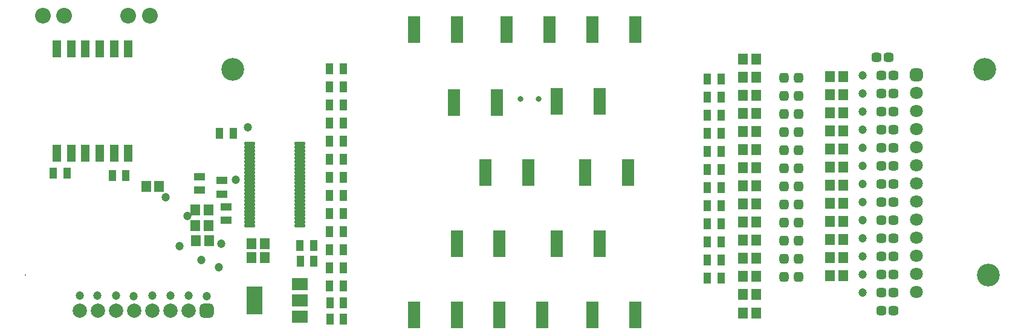
<source format=gts>
G04*
G04 #@! TF.GenerationSoftware,Altium Limited,Altium Designer,23.11.1 (41)*
G04*
G04 Layer_Color=8388736*
%FSLAX44Y44*%
%MOMM*%
G71*
G04*
G04 #@! TF.SameCoordinates,5EC7E9E9-DCDC-4549-86B2-7143CB65AA8E*
G04*
G04*
G04 #@! TF.FilePolarity,Negative*
G04*
G01*
G75*
G04:AMPARAMS|DCode=26|XSize=0.5032mm|YSize=1.5732mm|CornerRadius=0.1766mm|HoleSize=0mm|Usage=FLASHONLY|Rotation=270.000|XOffset=0mm|YOffset=0mm|HoleType=Round|Shape=RoundedRectangle|*
%AMROUNDEDRECTD26*
21,1,0.5032,1.2200,0,0,270.0*
21,1,0.1500,1.5732,0,0,270.0*
1,1,0.3532,-0.6100,-0.0750*
1,1,0.3532,-0.6100,0.0750*
1,1,0.3532,0.6100,0.0750*
1,1,0.3532,0.6100,-0.0750*
%
%ADD26ROUNDEDRECTD26*%
%ADD27R,1.1032X1.5032*%
G04:AMPARAMS|DCode=28|XSize=1.4032mm|YSize=1.3032mm|CornerRadius=0.3766mm|HoleSize=0mm|Usage=FLASHONLY|Rotation=270.000|XOffset=0mm|YOffset=0mm|HoleType=Round|Shape=RoundedRectangle|*
%AMROUNDEDRECTD28*
21,1,1.4032,0.5500,0,0,270.0*
21,1,0.6500,1.3032,0,0,270.0*
1,1,0.7532,-0.2750,-0.3250*
1,1,0.7532,-0.2750,0.3250*
1,1,0.7532,0.2750,0.3250*
1,1,0.7532,0.2750,-0.3250*
%
%ADD28ROUNDEDRECTD28*%
G04:AMPARAMS|DCode=29|XSize=1.2832mm|YSize=1.4232mm|CornerRadius=0.3716mm|HoleSize=0mm|Usage=FLASHONLY|Rotation=270.000|XOffset=0mm|YOffset=0mm|HoleType=Round|Shape=RoundedRectangle|*
%AMROUNDEDRECTD29*
21,1,1.2832,0.6800,0,0,270.0*
21,1,0.5400,1.4232,0,0,270.0*
1,1,0.7432,-0.3400,-0.2700*
1,1,0.7432,-0.3400,0.2700*
1,1,0.7432,0.3400,0.2700*
1,1,0.7432,0.3400,-0.2700*
%
%ADD29ROUNDEDRECTD29*%
%ADD30C,1.2032*%
%ADD31R,1.3532X1.5532*%
%ADD32R,1.2232X2.4032*%
%ADD33R,1.7032X3.7032*%
%ADD34R,1.5032X1.1032*%
%ADD35R,2.2032X4.0032*%
%ADD36R,2.2032X1.7032*%
%ADD37C,3.2032*%
%ADD38C,0.2032*%
%ADD39C,2.2032*%
%ADD40C,0.8032*%
%ADD41C,1.8032*%
G04:AMPARAMS|DCode=42|XSize=1.8032mm|YSize=1.8032mm|CornerRadius=0.5016mm|HoleSize=0mm|Usage=FLASHONLY|Rotation=270.000|XOffset=0mm|YOffset=0mm|HoleType=Round|Shape=RoundedRectangle|*
%AMROUNDEDRECTD42*
21,1,1.8032,0.8000,0,0,270.0*
21,1,0.8000,1.8032,0,0,270.0*
1,1,1.0032,-0.4000,-0.4000*
1,1,1.0032,-0.4000,0.4000*
1,1,1.0032,0.4000,0.4000*
1,1,1.0032,0.4000,-0.4000*
%
%ADD42ROUNDEDRECTD42*%
%ADD43C,2.0032*%
G04:AMPARAMS|DCode=44|XSize=2.0032mm|YSize=2.0032mm|CornerRadius=0.5516mm|HoleSize=0mm|Usage=FLASHONLY|Rotation=90.000|XOffset=0mm|YOffset=0mm|HoleType=Round|Shape=RoundedRectangle|*
%AMROUNDEDRECTD44*
21,1,2.0032,0.9000,0,0,90.0*
21,1,0.9000,2.0032,0,0,90.0*
1,1,1.1032,0.4500,0.4500*
1,1,1.1032,0.4500,-0.4500*
1,1,1.1032,-0.4500,-0.4500*
1,1,1.1032,-0.4500,0.4500*
%
%ADD44ROUNDEDRECTD44*%
D26*
X340000Y205000D02*
D03*
Y210000D02*
D03*
X410000Y175000D02*
D03*
Y180000D02*
D03*
Y185000D02*
D03*
Y190000D02*
D03*
Y195000D02*
D03*
Y200000D02*
D03*
Y205000D02*
D03*
Y210000D02*
D03*
Y215000D02*
D03*
Y220000D02*
D03*
Y225000D02*
D03*
Y230000D02*
D03*
Y235000D02*
D03*
Y240000D02*
D03*
Y245000D02*
D03*
Y250000D02*
D03*
Y255000D02*
D03*
Y260000D02*
D03*
Y265000D02*
D03*
Y270000D02*
D03*
Y275000D02*
D03*
Y280000D02*
D03*
Y285000D02*
D03*
Y290000D02*
D03*
X340000Y175000D02*
D03*
Y180000D02*
D03*
Y185000D02*
D03*
Y190000D02*
D03*
Y195000D02*
D03*
Y200000D02*
D03*
Y215000D02*
D03*
Y220000D02*
D03*
Y225000D02*
D03*
Y230000D02*
D03*
Y235000D02*
D03*
Y240000D02*
D03*
Y245000D02*
D03*
Y250000D02*
D03*
Y255000D02*
D03*
Y260000D02*
D03*
Y265000D02*
D03*
Y270000D02*
D03*
Y275000D02*
D03*
Y280000D02*
D03*
Y285000D02*
D03*
Y290000D02*
D03*
D27*
X429750Y125000D02*
D03*
X410750D02*
D03*
X452000Y115616D02*
D03*
X471000D02*
D03*
X452000Y141016D02*
D03*
X471000D02*
D03*
Y166416D02*
D03*
X452000D02*
D03*
Y191816D02*
D03*
X471000D02*
D03*
X452000Y217216D02*
D03*
X471000D02*
D03*
X452000Y242616D02*
D03*
X471000D02*
D03*
X452000Y268016D02*
D03*
X471000D02*
D03*
X452000Y369616D02*
D03*
X471000D02*
D03*
X452000Y395016D02*
D03*
X471000D02*
D03*
X64840Y249000D02*
D03*
X83840D02*
D03*
X166500Y245250D02*
D03*
X147500D02*
D03*
X410500Y147000D02*
D03*
X429500D02*
D03*
X981100Y127000D02*
D03*
X1000100D02*
D03*
X981100Y152400D02*
D03*
X1000100D02*
D03*
X981100Y177800D02*
D03*
X1000100D02*
D03*
X981100Y203200D02*
D03*
X1000100D02*
D03*
X981100Y228600D02*
D03*
X1000100D02*
D03*
X981100Y254000D02*
D03*
X1000100D02*
D03*
X981100Y279400D02*
D03*
X1000100D02*
D03*
X981100Y304800D02*
D03*
X1000100D02*
D03*
X981100Y330200D02*
D03*
X1000100D02*
D03*
X981100Y355600D02*
D03*
X1000100D02*
D03*
X981100Y381000D02*
D03*
X1000100D02*
D03*
X452000Y90216D02*
D03*
X471000D02*
D03*
X981100Y101600D02*
D03*
X1000100D02*
D03*
X316840Y304800D02*
D03*
X297840D02*
D03*
X452500Y67000D02*
D03*
X471500D02*
D03*
X452500Y44000D02*
D03*
X471500D02*
D03*
X452000Y293420D02*
D03*
X471000D02*
D03*
X452000Y318820D02*
D03*
X471000D02*
D03*
X452000Y344216D02*
D03*
X471000D02*
D03*
D28*
X1088000Y383000D02*
D03*
X1109000D02*
D03*
X1088000Y103600D02*
D03*
X1109000D02*
D03*
X1088000Y129000D02*
D03*
X1109000D02*
D03*
X1088000Y154400D02*
D03*
X1109000D02*
D03*
X1088000Y179800D02*
D03*
X1109000D02*
D03*
X1088000Y205200D02*
D03*
X1109000D02*
D03*
X1088000Y230600D02*
D03*
X1109000D02*
D03*
X1088000Y256000D02*
D03*
X1109000D02*
D03*
X1088000Y281400D02*
D03*
X1109000D02*
D03*
X1088000Y306800D02*
D03*
X1109000D02*
D03*
X1088000Y332200D02*
D03*
X1109000D02*
D03*
X1088000Y357600D02*
D03*
X1109000D02*
D03*
D29*
X1241650Y386050D02*
D03*
X1224850D02*
D03*
X1218010Y411450D02*
D03*
X1234810D02*
D03*
X1241650Y360650D02*
D03*
X1224850D02*
D03*
X1241650Y259050D02*
D03*
X1224850D02*
D03*
X1241650Y284450D02*
D03*
X1224850D02*
D03*
X1241650Y309850D02*
D03*
X1224850D02*
D03*
X1241650Y335250D02*
D03*
X1224850D02*
D03*
X1241650Y132050D02*
D03*
X1224850D02*
D03*
Y157450D02*
D03*
X1241650D02*
D03*
Y182850D02*
D03*
X1224850D02*
D03*
X1241650Y208250D02*
D03*
X1224850D02*
D03*
X1241650Y55850D02*
D03*
X1224850D02*
D03*
Y81250D02*
D03*
X1241650D02*
D03*
Y106650D02*
D03*
X1224850D02*
D03*
X1241650Y233650D02*
D03*
X1224850D02*
D03*
D30*
X1198500Y360750D02*
D03*
Y386150D02*
D03*
Y284550D02*
D03*
Y335350D02*
D03*
Y309950D02*
D03*
Y81350D02*
D03*
Y106750D02*
D03*
Y132150D02*
D03*
Y157550D02*
D03*
Y182950D02*
D03*
Y208350D02*
D03*
Y233750D02*
D03*
Y259150D02*
D03*
X101661Y76750D02*
D03*
X126687D02*
D03*
X152400D02*
D03*
X177125Y76525D02*
D03*
X203200Y76750D02*
D03*
X229000D02*
D03*
X254000D02*
D03*
X279400Y76200D02*
D03*
X320113Y239500D02*
D03*
X300000Y150000D02*
D03*
X222500Y215000D02*
D03*
X297000Y117000D02*
D03*
X252925Y188500D02*
D03*
X337000Y313000D02*
D03*
X272000Y127000D02*
D03*
X242000Y146000D02*
D03*
D31*
X1171000Y308200D02*
D03*
X1152500D02*
D03*
X1171000Y333600D02*
D03*
X1152500D02*
D03*
X1171000Y359000D02*
D03*
X1152500D02*
D03*
X1171000Y384400D02*
D03*
X1152500D02*
D03*
X1171000Y155800D02*
D03*
X1152500D02*
D03*
X1171000Y130400D02*
D03*
X1152500D02*
D03*
X1171000Y105000D02*
D03*
X1152500D02*
D03*
X1171000Y181200D02*
D03*
X1152500D02*
D03*
X1171000Y206600D02*
D03*
X1152500D02*
D03*
X1171000Y232000D02*
D03*
X1152500D02*
D03*
X1171000Y257400D02*
D03*
X1152500D02*
D03*
X1171000Y282800D02*
D03*
X1152500D02*
D03*
X1030500Y230750D02*
D03*
X1049000D02*
D03*
X1030500Y256150D02*
D03*
X1049000D02*
D03*
X1030500Y281550D02*
D03*
X1049000D02*
D03*
X1030500Y306950D02*
D03*
X1049000D02*
D03*
X1030500Y332350D02*
D03*
X1049000D02*
D03*
X1030500Y357750D02*
D03*
X1049000D02*
D03*
X1030500Y383150D02*
D03*
X1049000D02*
D03*
X1030500Y408550D02*
D03*
X1049000D02*
D03*
X1030500Y103750D02*
D03*
X1049000D02*
D03*
X1030500Y78350D02*
D03*
X1049000D02*
D03*
X213250Y230000D02*
D03*
X194750D02*
D03*
X361250Y150000D02*
D03*
X342750D02*
D03*
Y130000D02*
D03*
X361250D02*
D03*
X1030500Y129150D02*
D03*
X1049000D02*
D03*
X1030500Y154550D02*
D03*
X1049000D02*
D03*
X1030500Y179950D02*
D03*
X1049000D02*
D03*
X1030500Y205350D02*
D03*
X1049000D02*
D03*
X1049200Y52150D02*
D03*
X1030700D02*
D03*
X263750Y197000D02*
D03*
X282250D02*
D03*
X263750Y175000D02*
D03*
X282250D02*
D03*
X283250Y154000D02*
D03*
X264750D02*
D03*
D32*
X130000Y277000D02*
D03*
X170000D02*
D03*
X70000D02*
D03*
X110000D02*
D03*
X150000Y423000D02*
D03*
X130000D02*
D03*
X90000D02*
D03*
X150000Y277000D02*
D03*
X90000D02*
D03*
X170000Y423000D02*
D03*
X110000D02*
D03*
X70000D02*
D03*
D33*
X880000Y50000D02*
D03*
X820000D02*
D03*
X630000D02*
D03*
X570000D02*
D03*
X690000D02*
D03*
X750000D02*
D03*
X770000Y150000D02*
D03*
X830000D02*
D03*
X630000D02*
D03*
X690000D02*
D03*
X810000Y250000D02*
D03*
X870000D02*
D03*
X670000D02*
D03*
X730000D02*
D03*
X625800Y347980D02*
D03*
X685800D02*
D03*
X770000Y350000D02*
D03*
X830000D02*
D03*
X570000Y450000D02*
D03*
X630000D02*
D03*
X820000D02*
D03*
X880000D02*
D03*
X700000D02*
D03*
X760000D02*
D03*
D34*
X307000Y182500D02*
D03*
Y201500D02*
D03*
X270000Y224750D02*
D03*
Y243750D02*
D03*
X301000Y219500D02*
D03*
Y238500D02*
D03*
D35*
X347000Y70000D02*
D03*
D36*
X410000Y93000D02*
D03*
Y47000D02*
D03*
Y70000D02*
D03*
D37*
X1374250Y105400D02*
D03*
X316000Y394600D02*
D03*
X1369750D02*
D03*
D38*
X25400Y105400D02*
D03*
D39*
X170000Y470000D02*
D03*
X200000D02*
D03*
X50000D02*
D03*
X80000D02*
D03*
D40*
X718820Y353060D02*
D03*
X744220D02*
D03*
D41*
X1274000Y107050D02*
D03*
Y81650D02*
D03*
Y132450D02*
D03*
Y157850D02*
D03*
Y208650D02*
D03*
Y234050D02*
D03*
Y284850D02*
D03*
Y335650D02*
D03*
Y361050D02*
D03*
Y310250D02*
D03*
Y259450D02*
D03*
Y183250D02*
D03*
D42*
Y386450D02*
D03*
D43*
X152400Y55400D02*
D03*
X228600D02*
D03*
X203200D02*
D03*
X177800D02*
D03*
X127000D02*
D03*
X101600D02*
D03*
X254000D02*
D03*
D44*
X279400D02*
D03*
M02*

</source>
